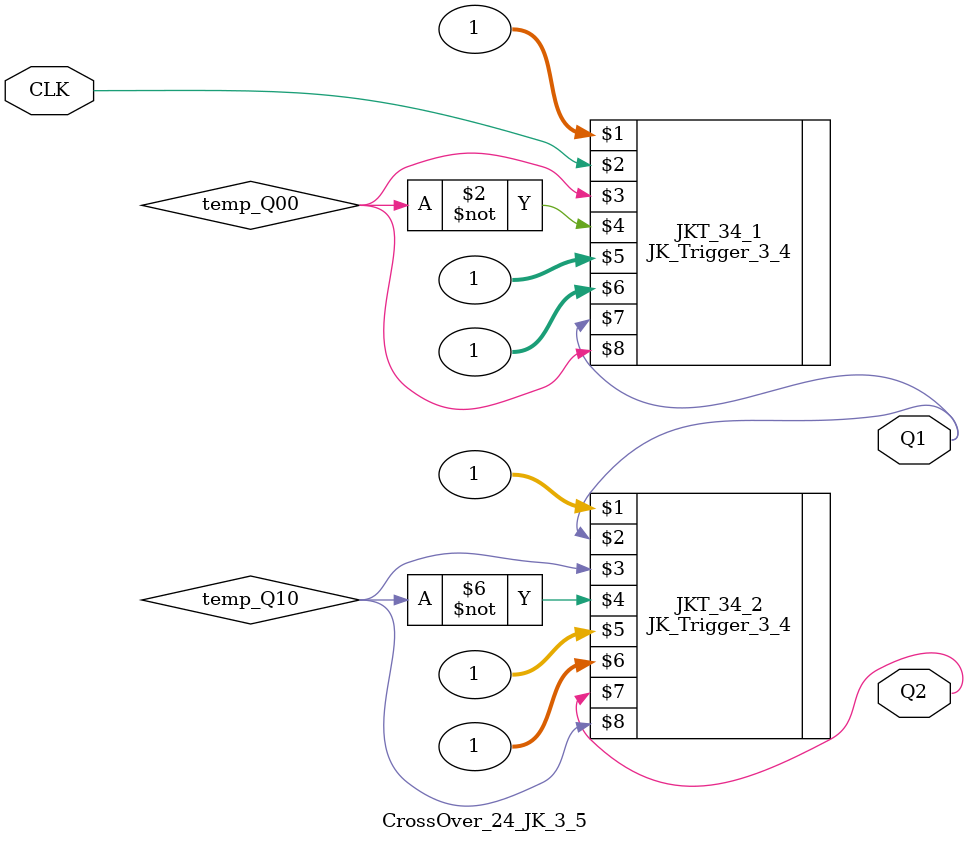
<source format=v>
module CrossOver_24_JK_3_5(input CLK,output Q1,Q2);
wire temp_Q00,temp_Q10;


JK_Trigger_3_4    JKT_34_1(1,CLK,temp_Q00,~temp_Q00,1,1,Q1,temp_Q00);
JK_Trigger_3_4    JKT_34_2(1,Q1,temp_Q10,~temp_Q10,1,1,Q2,temp_Q10);



endmodule 
</source>
